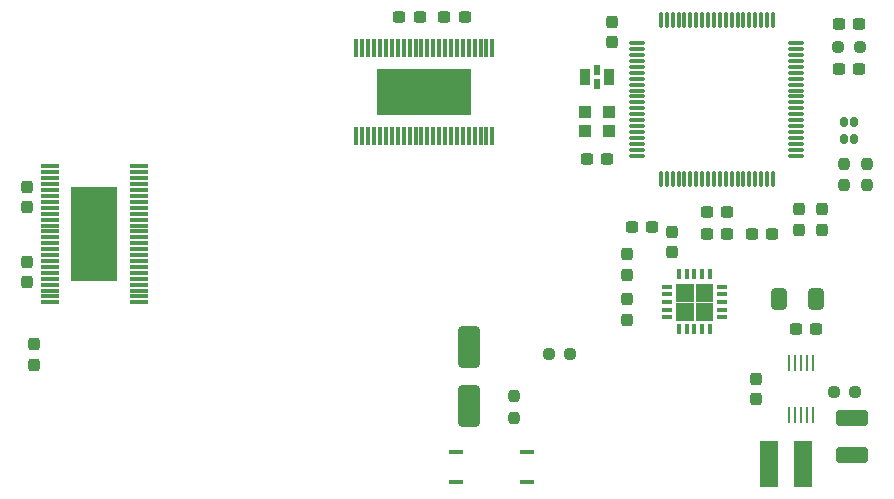
<source format=gbr>
%TF.GenerationSoftware,KiCad,Pcbnew,7.0.10*%
%TF.CreationDate,2025-02-18T11:07:04-08:00*%
%TF.ProjectId,flow-controller,666c6f77-2d63-46f6-9e74-726f6c6c6572,rev?*%
%TF.SameCoordinates,Original*%
%TF.FileFunction,Paste,Top*%
%TF.FilePolarity,Positive*%
%FSLAX46Y46*%
G04 Gerber Fmt 4.6, Leading zero omitted, Abs format (unit mm)*
G04 Created by KiCad (PCBNEW 7.0.10) date 2025-02-18 11:07:04*
%MOMM*%
%LPD*%
G01*
G04 APERTURE LIST*
G04 Aperture macros list*
%AMRoundRect*
0 Rectangle with rounded corners*
0 $1 Rounding radius*
0 $2 $3 $4 $5 $6 $7 $8 $9 X,Y pos of 4 corners*
0 Add a 4 corners polygon primitive as box body*
4,1,4,$2,$3,$4,$5,$6,$7,$8,$9,$2,$3,0*
0 Add four circle primitives for the rounded corners*
1,1,$1+$1,$2,$3*
1,1,$1+$1,$4,$5*
1,1,$1+$1,$6,$7*
1,1,$1+$1,$8,$9*
0 Add four rect primitives between the rounded corners*
20,1,$1+$1,$2,$3,$4,$5,0*
20,1,$1+$1,$4,$5,$6,$7,0*
20,1,$1+$1,$6,$7,$8,$9,0*
20,1,$1+$1,$8,$9,$2,$3,0*%
G04 Aperture macros list end*
%ADD10C,0.100000*%
%ADD11R,0.914400X1.447800*%
%ADD12R,0.558800X0.914400*%
%ADD13RoundRect,0.237500X-0.237500X0.250000X-0.237500X-0.250000X0.237500X-0.250000X0.237500X0.250000X0*%
%ADD14R,0.965200X0.304800*%
%ADD15R,0.304800X0.965200*%
%ADD16RoundRect,0.237500X-0.300000X-0.237500X0.300000X-0.237500X0.300000X0.237500X-0.300000X0.237500X0*%
%ADD17RoundRect,0.237500X0.237500X-0.300000X0.237500X0.300000X-0.237500X0.300000X-0.237500X-0.300000X0*%
%ADD18RoundRect,0.237500X-0.237500X0.300000X-0.237500X-0.300000X0.237500X-0.300000X0.237500X0.300000X0*%
%ADD19RoundRect,0.237500X-0.250000X-0.237500X0.250000X-0.237500X0.250000X0.237500X-0.250000X0.237500X0*%
%ADD20RoundRect,0.250000X0.412500X0.650000X-0.412500X0.650000X-0.412500X-0.650000X0.412500X-0.650000X0*%
%ADD21R,1.500000X0.300000*%
%ADD22R,4.000000X8.000000*%
%ADD23R,1.219200X0.457200*%
%ADD24R,1.600000X3.900000*%
%ADD25RoundRect,0.162500X0.162500X0.262500X-0.162500X0.262500X-0.162500X-0.262500X0.162500X-0.262500X0*%
%ADD26RoundRect,0.237500X0.300000X0.237500X-0.300000X0.237500X-0.300000X-0.237500X0.300000X-0.237500X0*%
%ADD27R,1.095500X1.004801*%
%ADD28R,1.105500X1.014801*%
%ADD29R,1.085500X1.014801*%
%ADD30R,1.105500X1.004801*%
%ADD31RoundRect,0.250000X-1.100000X0.412500X-1.100000X-0.412500X1.100000X-0.412500X1.100000X0.412500X0*%
%ADD32RoundRect,0.250000X-0.650000X1.500000X-0.650000X-1.500000X0.650000X-1.500000X0.650000X1.500000X0*%
%ADD33RoundRect,0.237500X0.250000X0.237500X-0.250000X0.237500X-0.250000X-0.237500X0.250000X-0.237500X0*%
%ADD34R,0.300000X1.500000*%
%ADD35R,8.000000X4.000000*%
%ADD36R,0.279400X1.333500*%
%ADD37O,0.299999X1.450000*%
%ADD38O,1.450000X0.299999*%
G04 APERTURE END LIST*
%TO.C,U8*%
D10*
X110371949Y-107233051D02*
X108946349Y-107233051D01*
X108946349Y-105807451D01*
X110371949Y-105807451D01*
X110371949Y-107233051D01*
G36*
X110371949Y-107233051D02*
G01*
X108946349Y-107233051D01*
X108946349Y-105807451D01*
X110371949Y-105807451D01*
X110371949Y-107233051D01*
G37*
X110371949Y-108858651D02*
X108946349Y-108858651D01*
X108946349Y-107433051D01*
X110371949Y-107433051D01*
X110371949Y-108858651D01*
G36*
X110371949Y-108858651D02*
G01*
X108946349Y-108858651D01*
X108946349Y-107433051D01*
X110371949Y-107433051D01*
X110371949Y-108858651D01*
G37*
X111997549Y-107233051D02*
X110571949Y-107233051D01*
X110571949Y-105807451D01*
X111997549Y-105807451D01*
X111997549Y-107233051D01*
G36*
X111997549Y-107233051D02*
G01*
X110571949Y-107233051D01*
X110571949Y-105807451D01*
X111997549Y-105807451D01*
X111997549Y-107233051D01*
G37*
X111997549Y-108858651D02*
X110571949Y-108858651D01*
X110571949Y-107433051D01*
X111997549Y-107433051D01*
X111997549Y-108858651D01*
G36*
X111997549Y-108858651D02*
G01*
X110571949Y-108858651D01*
X110571949Y-107433051D01*
X111997549Y-107433051D01*
X111997549Y-108858651D01*
G37*
%TD*%
D11*
%TO.C,U3*%
X103220249Y-88283051D03*
D12*
X102216949Y-87660751D03*
D11*
X101213649Y-88283051D03*
D12*
X102216949Y-88905351D03*
%TD*%
D13*
%TO.C,R10*%
X125076949Y-95625551D03*
X125076949Y-97450551D03*
%TD*%
D14*
%TO.C,U8*%
X108147849Y-106033051D03*
X108147849Y-106683052D03*
X108147849Y-107333051D03*
X108147849Y-107983050D03*
X108147849Y-108633051D03*
D15*
X109171949Y-109657151D03*
X109821950Y-109657151D03*
X110471949Y-109657151D03*
X111121948Y-109657151D03*
X111771949Y-109657151D03*
D14*
X112796049Y-108633051D03*
X112796049Y-107983050D03*
X112796049Y-107333051D03*
X112796049Y-106683052D03*
X112796049Y-106033051D03*
D15*
X111771949Y-105008951D03*
X111121948Y-105008951D03*
X110471949Y-105008951D03*
X109821950Y-105008951D03*
X109171949Y-105008951D03*
%TD*%
D16*
%TO.C,C3*%
X111514449Y-99713051D03*
X113239449Y-99713051D03*
%TD*%
D17*
%TO.C,C18*%
X53956949Y-99305551D03*
X53956949Y-97580551D03*
%TD*%
D18*
%TO.C,C23*%
X104756949Y-103295551D03*
X104756949Y-105020551D03*
%TD*%
D19*
%TO.C,R1*%
X122277500Y-114935000D03*
X124102500Y-114935000D03*
%TD*%
D20*
%TO.C,C6*%
X120782244Y-107093051D03*
X117657244Y-107093051D03*
%TD*%
D21*
%TO.C,U6*%
X55921949Y-95868051D03*
X55921949Y-96368051D03*
X55921949Y-96868051D03*
X55921949Y-97368051D03*
X55921949Y-97868051D03*
X55921949Y-98368051D03*
X55921949Y-98868051D03*
X55921949Y-99368051D03*
X55921949Y-99868051D03*
X55921949Y-100368051D03*
X55921949Y-100868051D03*
X55921949Y-101368051D03*
X55921949Y-101868051D03*
X55921949Y-102368051D03*
X55921949Y-102868051D03*
X55921949Y-103368051D03*
X55921949Y-103868051D03*
X55921949Y-104368051D03*
X55921949Y-104868051D03*
X55921949Y-105368051D03*
X55921949Y-105868051D03*
X55921949Y-106368051D03*
X55921949Y-106868051D03*
X55921949Y-107368051D03*
X63421949Y-107368051D03*
X63421949Y-106868051D03*
X63421949Y-106368051D03*
X63421949Y-105868051D03*
X63421949Y-105368051D03*
X63421949Y-104868051D03*
X63421949Y-104368051D03*
X63421949Y-103868051D03*
X63421949Y-103368051D03*
X63421949Y-102868051D03*
X63421949Y-102368051D03*
X63421949Y-101868051D03*
X63421949Y-101368051D03*
X63421949Y-100868051D03*
X63421949Y-100368051D03*
X63421949Y-99868051D03*
X63421949Y-99368051D03*
X63421949Y-98868051D03*
X63421949Y-98368051D03*
X63421949Y-97868051D03*
X63421949Y-97368051D03*
X63421949Y-96868051D03*
X63421949Y-96368051D03*
X63421949Y-95868051D03*
D22*
X59671949Y-101618051D03*
%TD*%
D23*
%TO.C,U9*%
X96278700Y-122555000D03*
X96278700Y-120015000D03*
X90278700Y-120015000D03*
X90278700Y-122555000D03*
%TD*%
D16*
%TO.C,C10*%
X101354449Y-95268051D03*
X103079449Y-95268051D03*
%TD*%
D17*
%TO.C,C25*%
X104756949Y-108830551D03*
X104756949Y-107105551D03*
%TD*%
D24*
%TO.C,L1*%
X119692244Y-121063051D03*
X116792244Y-121063051D03*
%TD*%
D25*
%TO.C,U7*%
X124021949Y-92093051D03*
X123171949Y-92093051D03*
X124021949Y-93543051D03*
X123171949Y-93543051D03*
%TD*%
D26*
%TO.C,C26*%
X117049449Y-101618051D03*
X115324449Y-101618051D03*
%TD*%
D27*
%TO.C,U4*%
X101224699Y-92890650D03*
D28*
X103214199Y-92895650D03*
D29*
X103204199Y-91290452D03*
D30*
X101219699Y-91295452D03*
%TD*%
D13*
%TO.C,R7*%
X123171949Y-95625551D03*
X123171949Y-97450551D03*
%TD*%
D26*
%TO.C,C8*%
X124441949Y-83838051D03*
X122716949Y-83838051D03*
%TD*%
D17*
%TO.C,C1*%
X121266949Y-101210551D03*
X121266949Y-99485551D03*
%TD*%
D18*
%TO.C,C9*%
X103486949Y-83610551D03*
X103486949Y-85335551D03*
%TD*%
D16*
%TO.C,C2*%
X111514449Y-101618051D03*
X113239449Y-101618051D03*
%TD*%
%TO.C,C27*%
X122716949Y-87648051D03*
X124441949Y-87648051D03*
%TD*%
D26*
%TO.C,C22*%
X106889449Y-100983051D03*
X105164449Y-100983051D03*
%TD*%
D17*
%TO.C,C11*%
X119361949Y-101210551D03*
X119361949Y-99485551D03*
%TD*%
D31*
%TO.C,C7*%
X123825000Y-117182500D03*
X123825000Y-120307500D03*
%TD*%
D32*
%TO.C,D1*%
X91421949Y-111183051D03*
X91421949Y-116183051D03*
%TD*%
D16*
%TO.C,C13*%
X89289449Y-83203051D03*
X91014449Y-83203051D03*
%TD*%
D17*
%TO.C,C20*%
X54591949Y-112640551D03*
X54591949Y-110915551D03*
%TD*%
D16*
%TO.C,C5*%
X119057244Y-109633051D03*
X120782244Y-109633051D03*
%TD*%
D13*
%TO.C,R11*%
X95231949Y-115310551D03*
X95231949Y-117135551D03*
%TD*%
D16*
%TO.C,C14*%
X85479449Y-83203051D03*
X87204449Y-83203051D03*
%TD*%
D33*
%TO.C,R12*%
X124491949Y-85743051D03*
X122666949Y-85743051D03*
%TD*%
D34*
%TO.C,U5*%
X93361949Y-85803051D03*
X92861949Y-85803051D03*
X92361949Y-85803051D03*
X91861949Y-85803051D03*
X91361949Y-85803051D03*
X90861949Y-85803051D03*
X90361949Y-85803051D03*
X89861949Y-85803051D03*
X89361949Y-85803051D03*
X88861949Y-85803051D03*
X88361949Y-85803051D03*
X87861949Y-85803051D03*
X87361949Y-85803051D03*
X86861949Y-85803051D03*
X86361949Y-85803051D03*
X85861949Y-85803051D03*
X85361949Y-85803051D03*
X84861949Y-85803051D03*
X84361949Y-85803051D03*
X83861949Y-85803051D03*
X83361949Y-85803051D03*
X82861949Y-85803051D03*
X82361949Y-85803051D03*
X81861949Y-85803051D03*
X81861949Y-93303051D03*
X82361949Y-93303051D03*
X82861949Y-93303051D03*
X83361949Y-93303051D03*
X83861949Y-93303051D03*
X84361949Y-93303051D03*
X84861949Y-93303051D03*
X85361949Y-93303051D03*
X85861949Y-93303051D03*
X86361949Y-93303051D03*
X86861949Y-93303051D03*
X87361949Y-93303051D03*
X87861949Y-93303051D03*
X88361949Y-93303051D03*
X88861949Y-93303051D03*
X89361949Y-93303051D03*
X89861949Y-93303051D03*
X90361949Y-93303051D03*
X90861949Y-93303051D03*
X91361949Y-93303051D03*
X91861949Y-93303051D03*
X92361949Y-93303051D03*
X92861949Y-93303051D03*
X93361949Y-93303051D03*
D35*
X87611949Y-89553051D03*
%TD*%
D36*
%TO.C,U2*%
X120513004Y-112496901D03*
X120012624Y-112496901D03*
X119512244Y-112496901D03*
X119011864Y-112496901D03*
X118511484Y-112496901D03*
X118511484Y-116929201D03*
X119011864Y-116929201D03*
X119512244Y-116929201D03*
X120012624Y-116929201D03*
X120513004Y-116929201D03*
%TD*%
D17*
%TO.C,C19*%
X53956949Y-105655551D03*
X53956949Y-103930551D03*
%TD*%
D37*
%TO.C,U1*%
X107626948Y-96913052D03*
X108126947Y-96913052D03*
X108626949Y-96913052D03*
X109126948Y-96913052D03*
X109626949Y-96913052D03*
X110126948Y-96913052D03*
X110626947Y-96913052D03*
X111126949Y-96913052D03*
X111626948Y-96913052D03*
X112126949Y-96913052D03*
X112626949Y-96913052D03*
X113126947Y-96913052D03*
X113626949Y-96913052D03*
X114126948Y-96913052D03*
X114626950Y-96913052D03*
X115126949Y-96913052D03*
X115626948Y-96913052D03*
X116126949Y-96913052D03*
X116626948Y-96913052D03*
X117126950Y-96913052D03*
D38*
X119101950Y-94938052D03*
X119101950Y-94438053D03*
X119101950Y-93938051D03*
X119101950Y-93438052D03*
X119101950Y-92938051D03*
X119101950Y-92438052D03*
X119101950Y-91938053D03*
X119101950Y-91438051D03*
X119101950Y-90938052D03*
X119101950Y-90438051D03*
X119101950Y-89938051D03*
X119101950Y-89438053D03*
X119101950Y-88938051D03*
X119101950Y-88438052D03*
X119101950Y-87938050D03*
X119101950Y-87438051D03*
X119101950Y-86938052D03*
X119101950Y-86438051D03*
X119101950Y-85938052D03*
X119101950Y-85438050D03*
D37*
X117126950Y-83463050D03*
X116626948Y-83463050D03*
X116126949Y-83463050D03*
X115626948Y-83463050D03*
X115126949Y-83463050D03*
X114626950Y-83463050D03*
X114126948Y-83463050D03*
X113626949Y-83463050D03*
X113126947Y-83463050D03*
X112626949Y-83463050D03*
X112126949Y-83463050D03*
X111626948Y-83463050D03*
X111126949Y-83463050D03*
X110626947Y-83463050D03*
X110126948Y-83463050D03*
X109626949Y-83463050D03*
X109126948Y-83463050D03*
X108626949Y-83463050D03*
X108126947Y-83463050D03*
X107626948Y-83463050D03*
D38*
X105651948Y-85438050D03*
X105651948Y-85938052D03*
X105651948Y-86438051D03*
X105651948Y-86938052D03*
X105651948Y-87438051D03*
X105651948Y-87938050D03*
X105651948Y-88438052D03*
X105651948Y-88938051D03*
X105651948Y-89438053D03*
X105651948Y-89938051D03*
X105651948Y-90438051D03*
X105651948Y-90938052D03*
X105651948Y-91438051D03*
X105651948Y-91938053D03*
X105651948Y-92438052D03*
X105651948Y-92938051D03*
X105651948Y-93438052D03*
X105651948Y-93938051D03*
X105651948Y-94438053D03*
X105651948Y-94938052D03*
%TD*%
D17*
%TO.C,C24*%
X108566949Y-103115551D03*
X108566949Y-101390551D03*
%TD*%
D18*
%TO.C,C4*%
X115702244Y-113850551D03*
X115702244Y-115575551D03*
%TD*%
D33*
%TO.C,R2*%
X99954449Y-111778051D03*
X98129449Y-111778051D03*
%TD*%
M02*

</source>
